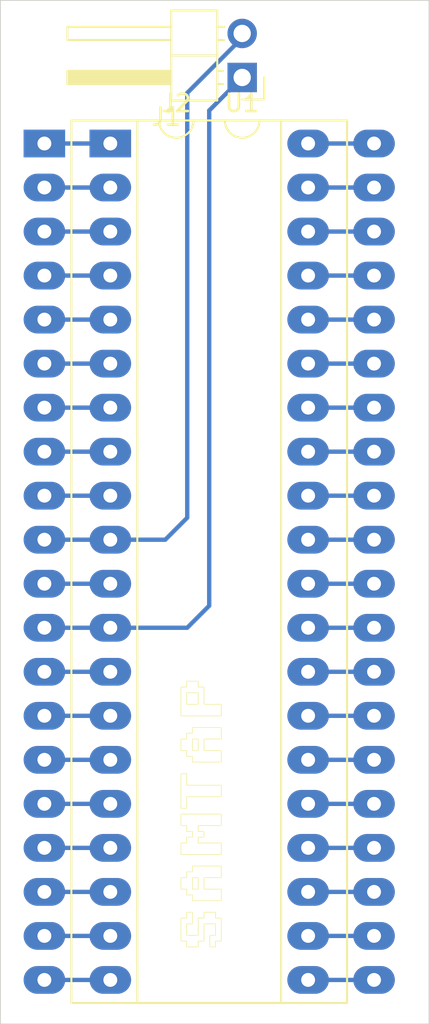
<source format=kicad_pcb>
(kicad_pcb (version 20171130) (host pcbnew "(5.1.9)-1")

  (general
    (thickness 1.6)
    (drawings 114)
    (tracks 50)
    (zones 0)
    (modules 3)
    (nets 41)
  )

  (page A4)
  (layers
    (0 F.Cu signal)
    (31 B.Cu signal)
    (32 B.Adhes user)
    (33 F.Adhes user)
    (34 B.Paste user)
    (35 F.Paste user)
    (36 B.SilkS user)
    (37 F.SilkS user)
    (38 B.Mask user)
    (39 F.Mask user)
    (40 Dwgs.User user)
    (41 Cmts.User user)
    (42 Eco1.User user)
    (43 Eco2.User user)
    (44 Edge.Cuts user)
    (45 Margin user)
    (46 B.CrtYd user hide)
    (47 F.CrtYd user hide)
    (48 B.Fab user)
    (49 F.Fab user hide)
  )

  (setup
    (last_trace_width 0.25)
    (trace_clearance 0.2)
    (zone_clearance 0.508)
    (zone_45_only no)
    (trace_min 0.2)
    (via_size 0.8)
    (via_drill 0.4)
    (via_min_size 0.4)
    (via_min_drill 0.3)
    (uvia_size 0.3)
    (uvia_drill 0.1)
    (uvias_allowed no)
    (uvia_min_size 0.2)
    (uvia_min_drill 0.1)
    (edge_width 0.05)
    (segment_width 0.2)
    (pcb_text_width 0.3)
    (pcb_text_size 1.5 1.5)
    (mod_edge_width 0.12)
    (mod_text_size 1 1)
    (mod_text_width 0.15)
    (pad_size 1.524 1.524)
    (pad_drill 0.762)
    (pad_to_mask_clearance 0)
    (aux_axis_origin 0 0)
    (visible_elements 7FFFFFFF)
    (pcbplotparams
      (layerselection 0x010f0_ffffffff)
      (usegerberextensions true)
      (usegerberattributes false)
      (usegerberadvancedattributes false)
      (creategerberjobfile false)
      (excludeedgelayer true)
      (linewidth 0.150000)
      (plotframeref false)
      (viasonmask false)
      (mode 1)
      (useauxorigin false)
      (hpglpennumber 1)
      (hpglpenspeed 20)
      (hpglpendiameter 15.000000)
      (psnegative false)
      (psa4output false)
      (plotreference true)
      (plotvalue true)
      (plotinvisibletext false)
      (padsonsilk false)
      (subtractmaskfromsilk false)
      (outputformat 1)
      (mirror false)
      (drillshape 0)
      (scaleselection 1)
      (outputdirectory "Gerbers/"))
  )

  (net 0 "")
  (net 1 P12)
  (net 2 P10)
  (net 3 P40)
  (net 4 P20)
  (net 5 P39)
  (net 6 P19)
  (net 7 P38)
  (net 8 P18)
  (net 9 P37)
  (net 10 P17)
  (net 11 P36)
  (net 12 P16)
  (net 13 P35)
  (net 14 P15)
  (net 15 P34)
  (net 16 P14)
  (net 17 P33)
  (net 18 P13)
  (net 19 P32)
  (net 20 P31)
  (net 21 P11)
  (net 22 P30)
  (net 23 P29)
  (net 24 P9)
  (net 25 P28)
  (net 26 P8)
  (net 27 P27)
  (net 28 P7)
  (net 29 P26)
  (net 30 P6)
  (net 31 P25)
  (net 32 P5)
  (net 33 P24)
  (net 34 P4)
  (net 35 P23)
  (net 36 P3)
  (net 37 P22)
  (net 38 P2)
  (net 39 P21)
  (net 40 P1)

  (net_class Default "This is the default net class."
    (clearance 0.2)
    (trace_width 0.25)
    (via_dia 0.8)
    (via_drill 0.4)
    (uvia_dia 0.3)
    (uvia_drill 0.1)
    (add_net P1)
    (add_net P10)
    (add_net P11)
    (add_net P12)
    (add_net P13)
    (add_net P14)
    (add_net P15)
    (add_net P16)
    (add_net P17)
    (add_net P18)
    (add_net P19)
    (add_net P2)
    (add_net P20)
    (add_net P21)
    (add_net P22)
    (add_net P23)
    (add_net P24)
    (add_net P25)
    (add_net P26)
    (add_net P27)
    (add_net P28)
    (add_net P29)
    (add_net P3)
    (add_net P30)
    (add_net P31)
    (add_net P32)
    (add_net P33)
    (add_net P34)
    (add_net P35)
    (add_net P36)
    (add_net P37)
    (add_net P38)
    (add_net P39)
    (add_net P4)
    (add_net P40)
    (add_net P5)
    (add_net P6)
    (add_net P7)
    (add_net P8)
    (add_net P9)
  )

  (module Package_DIP:DIP-40_W15.24mm_LongPads (layer F.Cu) (tedit 5A02E8C5) (tstamp 63354086)
    (at 116.84 96.52)
    (descr "40-lead though-hole mounted DIP package, row spacing 15.24 mm (600 mils), LongPads")
    (tags "THT DIP DIL PDIP 2.54mm 15.24mm 600mil LongPads")
    (path /6335886A)
    (fp_text reference U1 (at 7.62 -2.33) (layer F.SilkS)
      (effects (font (size 1 1) (thickness 0.15)))
    )
    (fp_text value Conn_02x20_Counter_Clockwise (at 7.62 50.59) (layer F.Fab)
      (effects (font (size 1 1) (thickness 0.15)))
    )
    (fp_text user %R (at 7.62 24.13) (layer F.Fab)
      (effects (font (size 1 1) (thickness 0.15)))
    )
    (fp_arc (start 7.62 -1.33) (end 6.62 -1.33) (angle -180) (layer F.SilkS) (width 0.12))
    (fp_line (start 1.255 -1.27) (end 14.985 -1.27) (layer F.Fab) (width 0.1))
    (fp_line (start 14.985 -1.27) (end 14.985 49.53) (layer F.Fab) (width 0.1))
    (fp_line (start 14.985 49.53) (end 0.255 49.53) (layer F.Fab) (width 0.1))
    (fp_line (start 0.255 49.53) (end 0.255 -0.27) (layer F.Fab) (width 0.1))
    (fp_line (start 0.255 -0.27) (end 1.255 -1.27) (layer F.Fab) (width 0.1))
    (fp_line (start 6.62 -1.33) (end 1.56 -1.33) (layer F.SilkS) (width 0.12))
    (fp_line (start 1.56 -1.33) (end 1.56 49.59) (layer F.SilkS) (width 0.12))
    (fp_line (start 1.56 49.59) (end 13.68 49.59) (layer F.SilkS) (width 0.12))
    (fp_line (start 13.68 49.59) (end 13.68 -1.33) (layer F.SilkS) (width 0.12))
    (fp_line (start 13.68 -1.33) (end 8.62 -1.33) (layer F.SilkS) (width 0.12))
    (fp_line (start -1.5 -1.55) (end -1.5 49.8) (layer F.CrtYd) (width 0.05))
    (fp_line (start -1.5 49.8) (end 16.7 49.8) (layer F.CrtYd) (width 0.05))
    (fp_line (start 16.7 49.8) (end 16.7 -1.55) (layer F.CrtYd) (width 0.05))
    (fp_line (start 16.7 -1.55) (end -1.5 -1.55) (layer F.CrtYd) (width 0.05))
    (pad 40 thru_hole oval (at 15.24 0) (size 2.4 1.6) (drill 0.8) (layers *.Cu *.Mask)
      (net 3 P40))
    (pad 20 thru_hole oval (at 0 48.26) (size 2.4 1.6) (drill 0.8) (layers *.Cu *.Mask)
      (net 4 P20))
    (pad 39 thru_hole oval (at 15.24 2.54) (size 2.4 1.6) (drill 0.8) (layers *.Cu *.Mask)
      (net 5 P39))
    (pad 19 thru_hole oval (at 0 45.72) (size 2.4 1.6) (drill 0.8) (layers *.Cu *.Mask)
      (net 6 P19))
    (pad 38 thru_hole oval (at 15.24 5.08) (size 2.4 1.6) (drill 0.8) (layers *.Cu *.Mask)
      (net 7 P38))
    (pad 18 thru_hole oval (at 0 43.18) (size 2.4 1.6) (drill 0.8) (layers *.Cu *.Mask)
      (net 8 P18))
    (pad 37 thru_hole oval (at 15.24 7.62) (size 2.4 1.6) (drill 0.8) (layers *.Cu *.Mask)
      (net 9 P37))
    (pad 17 thru_hole oval (at 0 40.64) (size 2.4 1.6) (drill 0.8) (layers *.Cu *.Mask)
      (net 10 P17))
    (pad 36 thru_hole oval (at 15.24 10.16) (size 2.4 1.6) (drill 0.8) (layers *.Cu *.Mask)
      (net 11 P36))
    (pad 16 thru_hole oval (at 0 38.1) (size 2.4 1.6) (drill 0.8) (layers *.Cu *.Mask)
      (net 12 P16))
    (pad 35 thru_hole oval (at 15.24 12.7) (size 2.4 1.6) (drill 0.8) (layers *.Cu *.Mask)
      (net 13 P35))
    (pad 15 thru_hole oval (at 0 35.56) (size 2.4 1.6) (drill 0.8) (layers *.Cu *.Mask)
      (net 14 P15))
    (pad 34 thru_hole oval (at 15.24 15.24) (size 2.4 1.6) (drill 0.8) (layers *.Cu *.Mask)
      (net 15 P34))
    (pad 14 thru_hole oval (at 0 33.02) (size 2.4 1.6) (drill 0.8) (layers *.Cu *.Mask)
      (net 16 P14))
    (pad 33 thru_hole oval (at 15.24 17.78) (size 2.4 1.6) (drill 0.8) (layers *.Cu *.Mask)
      (net 17 P33))
    (pad 13 thru_hole oval (at 0 30.48) (size 2.4 1.6) (drill 0.8) (layers *.Cu *.Mask)
      (net 18 P13))
    (pad 32 thru_hole oval (at 15.24 20.32) (size 2.4 1.6) (drill 0.8) (layers *.Cu *.Mask)
      (net 19 P32))
    (pad 12 thru_hole oval (at 0 27.94) (size 2.4 1.6) (drill 0.8) (layers *.Cu *.Mask)
      (net 1 P12))
    (pad 31 thru_hole oval (at 15.24 22.86) (size 2.4 1.6) (drill 0.8) (layers *.Cu *.Mask)
      (net 20 P31))
    (pad 11 thru_hole oval (at 0 25.4) (size 2.4 1.6) (drill 0.8) (layers *.Cu *.Mask)
      (net 21 P11))
    (pad 30 thru_hole oval (at 15.24 25.4) (size 2.4 1.6) (drill 0.8) (layers *.Cu *.Mask)
      (net 22 P30))
    (pad 10 thru_hole oval (at 0 22.86) (size 2.4 1.6) (drill 0.8) (layers *.Cu *.Mask)
      (net 2 P10))
    (pad 29 thru_hole oval (at 15.24 27.94) (size 2.4 1.6) (drill 0.8) (layers *.Cu *.Mask)
      (net 23 P29))
    (pad 9 thru_hole oval (at 0 20.32) (size 2.4 1.6) (drill 0.8) (layers *.Cu *.Mask)
      (net 24 P9))
    (pad 28 thru_hole oval (at 15.24 30.48) (size 2.4 1.6) (drill 0.8) (layers *.Cu *.Mask)
      (net 25 P28))
    (pad 8 thru_hole oval (at 0 17.78) (size 2.4 1.6) (drill 0.8) (layers *.Cu *.Mask)
      (net 26 P8))
    (pad 27 thru_hole oval (at 15.24 33.02) (size 2.4 1.6) (drill 0.8) (layers *.Cu *.Mask)
      (net 27 P27))
    (pad 7 thru_hole oval (at 0 15.24) (size 2.4 1.6) (drill 0.8) (layers *.Cu *.Mask)
      (net 28 P7))
    (pad 26 thru_hole oval (at 15.24 35.56) (size 2.4 1.6) (drill 0.8) (layers *.Cu *.Mask)
      (net 29 P26))
    (pad 6 thru_hole oval (at 0 12.7) (size 2.4 1.6) (drill 0.8) (layers *.Cu *.Mask)
      (net 30 P6))
    (pad 25 thru_hole oval (at 15.24 38.1) (size 2.4 1.6) (drill 0.8) (layers *.Cu *.Mask)
      (net 31 P25))
    (pad 5 thru_hole oval (at 0 10.16) (size 2.4 1.6) (drill 0.8) (layers *.Cu *.Mask)
      (net 32 P5))
    (pad 24 thru_hole oval (at 15.24 40.64) (size 2.4 1.6) (drill 0.8) (layers *.Cu *.Mask)
      (net 33 P24))
    (pad 4 thru_hole oval (at 0 7.62) (size 2.4 1.6) (drill 0.8) (layers *.Cu *.Mask)
      (net 34 P4))
    (pad 23 thru_hole oval (at 15.24 43.18) (size 2.4 1.6) (drill 0.8) (layers *.Cu *.Mask)
      (net 35 P23))
    (pad 3 thru_hole oval (at 0 5.08) (size 2.4 1.6) (drill 0.8) (layers *.Cu *.Mask)
      (net 36 P3))
    (pad 22 thru_hole oval (at 15.24 45.72) (size 2.4 1.6) (drill 0.8) (layers *.Cu *.Mask)
      (net 37 P22))
    (pad 2 thru_hole oval (at 0 2.54) (size 2.4 1.6) (drill 0.8) (layers *.Cu *.Mask)
      (net 38 P2))
    (pad 21 thru_hole oval (at 15.24 48.26) (size 2.4 1.6) (drill 0.8) (layers *.Cu *.Mask)
      (net 39 P21))
    (pad 1 thru_hole rect (at 0 0) (size 2.4 1.6) (drill 0.8) (layers *.Cu *.Mask)
      (net 40 P1))
    (model ${KISYS3DMOD}/Package_DIP.3dshapes/DIP-40_W15.24mm.wrl
      (at (xyz 0 0 0))
      (scale (xyz 1 1 1))
      (rotate (xyz 0 0 0))
    )
  )

  (module Package_DIP:DIP-40_W15.24mm_LongPads (layer F.Cu) (tedit 5A02E8C5) (tstamp 6335404A)
    (at 113.03 96.52)
    (descr "40-lead though-hole mounted DIP package, row spacing 15.24 mm (600 mils), LongPads")
    (tags "THT DIP DIL PDIP 2.54mm 15.24mm 600mil LongPads")
    (path /63353543)
    (fp_text reference J2 (at 7.62 -2.33) (layer F.SilkS)
      (effects (font (size 1 1) (thickness 0.15)))
    )
    (fp_text value Conn_02x20_Counter_Clockwise (at 7.62 50.59) (layer F.Fab)
      (effects (font (size 1 1) (thickness 0.15)))
    )
    (fp_text user %R (at 7.62 24.13) (layer F.Fab)
      (effects (font (size 1 1) (thickness 0.15)))
    )
    (fp_arc (start 7.62 -1.33) (end 6.62 -1.33) (angle -180) (layer F.SilkS) (width 0.12))
    (fp_line (start 1.255 -1.27) (end 14.985 -1.27) (layer F.Fab) (width 0.1))
    (fp_line (start 14.985 -1.27) (end 14.985 49.53) (layer F.Fab) (width 0.1))
    (fp_line (start 14.985 49.53) (end 0.255 49.53) (layer F.Fab) (width 0.1))
    (fp_line (start 0.255 49.53) (end 0.255 -0.27) (layer F.Fab) (width 0.1))
    (fp_line (start 0.255 -0.27) (end 1.255 -1.27) (layer F.Fab) (width 0.1))
    (fp_line (start 6.62 -1.33) (end 1.56 -1.33) (layer F.SilkS) (width 0.12))
    (fp_line (start 1.56 -1.33) (end 1.56 49.59) (layer F.SilkS) (width 0.12))
    (fp_line (start 1.56 49.59) (end 13.68 49.59) (layer F.SilkS) (width 0.12))
    (fp_line (start 13.68 49.59) (end 13.68 -1.33) (layer F.SilkS) (width 0.12))
    (fp_line (start 13.68 -1.33) (end 8.62 -1.33) (layer F.SilkS) (width 0.12))
    (fp_line (start -1.5 -1.55) (end -1.5 49.8) (layer F.CrtYd) (width 0.05))
    (fp_line (start -1.5 49.8) (end 16.7 49.8) (layer F.CrtYd) (width 0.05))
    (fp_line (start 16.7 49.8) (end 16.7 -1.55) (layer F.CrtYd) (width 0.05))
    (fp_line (start 16.7 -1.55) (end -1.5 -1.55) (layer F.CrtYd) (width 0.05))
    (pad 40 thru_hole oval (at 15.24 0) (size 2.4 1.6) (drill 0.8) (layers *.Cu *.Mask)
      (net 3 P40))
    (pad 20 thru_hole oval (at 0 48.26) (size 2.4 1.6) (drill 0.8) (layers *.Cu *.Mask)
      (net 4 P20))
    (pad 39 thru_hole oval (at 15.24 2.54) (size 2.4 1.6) (drill 0.8) (layers *.Cu *.Mask)
      (net 5 P39))
    (pad 19 thru_hole oval (at 0 45.72) (size 2.4 1.6) (drill 0.8) (layers *.Cu *.Mask)
      (net 6 P19))
    (pad 38 thru_hole oval (at 15.24 5.08) (size 2.4 1.6) (drill 0.8) (layers *.Cu *.Mask)
      (net 7 P38))
    (pad 18 thru_hole oval (at 0 43.18) (size 2.4 1.6) (drill 0.8) (layers *.Cu *.Mask)
      (net 8 P18))
    (pad 37 thru_hole oval (at 15.24 7.62) (size 2.4 1.6) (drill 0.8) (layers *.Cu *.Mask)
      (net 9 P37))
    (pad 17 thru_hole oval (at 0 40.64) (size 2.4 1.6) (drill 0.8) (layers *.Cu *.Mask)
      (net 10 P17))
    (pad 36 thru_hole oval (at 15.24 10.16) (size 2.4 1.6) (drill 0.8) (layers *.Cu *.Mask)
      (net 11 P36))
    (pad 16 thru_hole oval (at 0 38.1) (size 2.4 1.6) (drill 0.8) (layers *.Cu *.Mask)
      (net 12 P16))
    (pad 35 thru_hole oval (at 15.24 12.7) (size 2.4 1.6) (drill 0.8) (layers *.Cu *.Mask)
      (net 13 P35))
    (pad 15 thru_hole oval (at 0 35.56) (size 2.4 1.6) (drill 0.8) (layers *.Cu *.Mask)
      (net 14 P15))
    (pad 34 thru_hole oval (at 15.24 15.24) (size 2.4 1.6) (drill 0.8) (layers *.Cu *.Mask)
      (net 15 P34))
    (pad 14 thru_hole oval (at 0 33.02) (size 2.4 1.6) (drill 0.8) (layers *.Cu *.Mask)
      (net 16 P14))
    (pad 33 thru_hole oval (at 15.24 17.78) (size 2.4 1.6) (drill 0.8) (layers *.Cu *.Mask)
      (net 17 P33))
    (pad 13 thru_hole oval (at 0 30.48) (size 2.4 1.6) (drill 0.8) (layers *.Cu *.Mask)
      (net 18 P13))
    (pad 32 thru_hole oval (at 15.24 20.32) (size 2.4 1.6) (drill 0.8) (layers *.Cu *.Mask)
      (net 19 P32))
    (pad 12 thru_hole oval (at 0 27.94) (size 2.4 1.6) (drill 0.8) (layers *.Cu *.Mask)
      (net 1 P12))
    (pad 31 thru_hole oval (at 15.24 22.86) (size 2.4 1.6) (drill 0.8) (layers *.Cu *.Mask)
      (net 20 P31))
    (pad 11 thru_hole oval (at 0 25.4) (size 2.4 1.6) (drill 0.8) (layers *.Cu *.Mask)
      (net 21 P11))
    (pad 30 thru_hole oval (at 15.24 25.4) (size 2.4 1.6) (drill 0.8) (layers *.Cu *.Mask)
      (net 22 P30))
    (pad 10 thru_hole oval (at 0 22.86) (size 2.4 1.6) (drill 0.8) (layers *.Cu *.Mask)
      (net 2 P10))
    (pad 29 thru_hole oval (at 15.24 27.94) (size 2.4 1.6) (drill 0.8) (layers *.Cu *.Mask)
      (net 23 P29))
    (pad 9 thru_hole oval (at 0 20.32) (size 2.4 1.6) (drill 0.8) (layers *.Cu *.Mask)
      (net 24 P9))
    (pad 28 thru_hole oval (at 15.24 30.48) (size 2.4 1.6) (drill 0.8) (layers *.Cu *.Mask)
      (net 25 P28))
    (pad 8 thru_hole oval (at 0 17.78) (size 2.4 1.6) (drill 0.8) (layers *.Cu *.Mask)
      (net 26 P8))
    (pad 27 thru_hole oval (at 15.24 33.02) (size 2.4 1.6) (drill 0.8) (layers *.Cu *.Mask)
      (net 27 P27))
    (pad 7 thru_hole oval (at 0 15.24) (size 2.4 1.6) (drill 0.8) (layers *.Cu *.Mask)
      (net 28 P7))
    (pad 26 thru_hole oval (at 15.24 35.56) (size 2.4 1.6) (drill 0.8) (layers *.Cu *.Mask)
      (net 29 P26))
    (pad 6 thru_hole oval (at 0 12.7) (size 2.4 1.6) (drill 0.8) (layers *.Cu *.Mask)
      (net 30 P6))
    (pad 25 thru_hole oval (at 15.24 38.1) (size 2.4 1.6) (drill 0.8) (layers *.Cu *.Mask)
      (net 31 P25))
    (pad 5 thru_hole oval (at 0 10.16) (size 2.4 1.6) (drill 0.8) (layers *.Cu *.Mask)
      (net 32 P5))
    (pad 24 thru_hole oval (at 15.24 40.64) (size 2.4 1.6) (drill 0.8) (layers *.Cu *.Mask)
      (net 33 P24))
    (pad 4 thru_hole oval (at 0 7.62) (size 2.4 1.6) (drill 0.8) (layers *.Cu *.Mask)
      (net 34 P4))
    (pad 23 thru_hole oval (at 15.24 43.18) (size 2.4 1.6) (drill 0.8) (layers *.Cu *.Mask)
      (net 35 P23))
    (pad 3 thru_hole oval (at 0 5.08) (size 2.4 1.6) (drill 0.8) (layers *.Cu *.Mask)
      (net 36 P3))
    (pad 22 thru_hole oval (at 15.24 45.72) (size 2.4 1.6) (drill 0.8) (layers *.Cu *.Mask)
      (net 37 P22))
    (pad 2 thru_hole oval (at 0 2.54) (size 2.4 1.6) (drill 0.8) (layers *.Cu *.Mask)
      (net 38 P2))
    (pad 21 thru_hole oval (at 15.24 48.26) (size 2.4 1.6) (drill 0.8) (layers *.Cu *.Mask)
      (net 39 P21))
    (pad 1 thru_hole rect (at 0 0) (size 2.4 1.6) (drill 0.8) (layers *.Cu *.Mask)
      (net 40 P1))
    (model ${KISYS3DMOD}/Package_DIP.3dshapes/DIP-40_W15.24mm.wrl
      (at (xyz 0 0 0))
      (scale (xyz 1 1 1))
      (rotate (xyz 0 0 0))
    )
  )

  (module Connector_PinHeader_2.54mm:PinHeader_1x02_P2.54mm_Horizontal (layer F.Cu) (tedit 59FED5CB) (tstamp 6335400E)
    (at 124.46 92.71 180)
    (descr "Through hole angled pin header, 1x02, 2.54mm pitch, 6mm pin length, single row")
    (tags "Through hole angled pin header THT 1x02 2.54mm single row")
    (path /63358BE8)
    (fp_text reference J1 (at 4.385 -2.27) (layer F.SilkS)
      (effects (font (size 1 1) (thickness 0.15)))
    )
    (fp_text value Conn_01x02 (at 4.385 4.81) (layer F.Fab)
      (effects (font (size 1 1) (thickness 0.15)))
    )
    (fp_text user %R (at 2.77 1.27 90) (layer F.Fab)
      (effects (font (size 1 1) (thickness 0.15)))
    )
    (fp_line (start 2.135 -1.27) (end 4.04 -1.27) (layer F.Fab) (width 0.1))
    (fp_line (start 4.04 -1.27) (end 4.04 3.81) (layer F.Fab) (width 0.1))
    (fp_line (start 4.04 3.81) (end 1.5 3.81) (layer F.Fab) (width 0.1))
    (fp_line (start 1.5 3.81) (end 1.5 -0.635) (layer F.Fab) (width 0.1))
    (fp_line (start 1.5 -0.635) (end 2.135 -1.27) (layer F.Fab) (width 0.1))
    (fp_line (start -0.32 -0.32) (end 1.5 -0.32) (layer F.Fab) (width 0.1))
    (fp_line (start -0.32 -0.32) (end -0.32 0.32) (layer F.Fab) (width 0.1))
    (fp_line (start -0.32 0.32) (end 1.5 0.32) (layer F.Fab) (width 0.1))
    (fp_line (start 4.04 -0.32) (end 10.04 -0.32) (layer F.Fab) (width 0.1))
    (fp_line (start 10.04 -0.32) (end 10.04 0.32) (layer F.Fab) (width 0.1))
    (fp_line (start 4.04 0.32) (end 10.04 0.32) (layer F.Fab) (width 0.1))
    (fp_line (start -0.32 2.22) (end 1.5 2.22) (layer F.Fab) (width 0.1))
    (fp_line (start -0.32 2.22) (end -0.32 2.86) (layer F.Fab) (width 0.1))
    (fp_line (start -0.32 2.86) (end 1.5 2.86) (layer F.Fab) (width 0.1))
    (fp_line (start 4.04 2.22) (end 10.04 2.22) (layer F.Fab) (width 0.1))
    (fp_line (start 10.04 2.22) (end 10.04 2.86) (layer F.Fab) (width 0.1))
    (fp_line (start 4.04 2.86) (end 10.04 2.86) (layer F.Fab) (width 0.1))
    (fp_line (start 1.44 -1.33) (end 1.44 3.87) (layer F.SilkS) (width 0.12))
    (fp_line (start 1.44 3.87) (end 4.1 3.87) (layer F.SilkS) (width 0.12))
    (fp_line (start 4.1 3.87) (end 4.1 -1.33) (layer F.SilkS) (width 0.12))
    (fp_line (start 4.1 -1.33) (end 1.44 -1.33) (layer F.SilkS) (width 0.12))
    (fp_line (start 4.1 -0.38) (end 10.1 -0.38) (layer F.SilkS) (width 0.12))
    (fp_line (start 10.1 -0.38) (end 10.1 0.38) (layer F.SilkS) (width 0.12))
    (fp_line (start 10.1 0.38) (end 4.1 0.38) (layer F.SilkS) (width 0.12))
    (fp_line (start 4.1 -0.32) (end 10.1 -0.32) (layer F.SilkS) (width 0.12))
    (fp_line (start 4.1 -0.2) (end 10.1 -0.2) (layer F.SilkS) (width 0.12))
    (fp_line (start 4.1 -0.08) (end 10.1 -0.08) (layer F.SilkS) (width 0.12))
    (fp_line (start 4.1 0.04) (end 10.1 0.04) (layer F.SilkS) (width 0.12))
    (fp_line (start 4.1 0.16) (end 10.1 0.16) (layer F.SilkS) (width 0.12))
    (fp_line (start 4.1 0.28) (end 10.1 0.28) (layer F.SilkS) (width 0.12))
    (fp_line (start 1.11 -0.38) (end 1.44 -0.38) (layer F.SilkS) (width 0.12))
    (fp_line (start 1.11 0.38) (end 1.44 0.38) (layer F.SilkS) (width 0.12))
    (fp_line (start 1.44 1.27) (end 4.1 1.27) (layer F.SilkS) (width 0.12))
    (fp_line (start 4.1 2.16) (end 10.1 2.16) (layer F.SilkS) (width 0.12))
    (fp_line (start 10.1 2.16) (end 10.1 2.92) (layer F.SilkS) (width 0.12))
    (fp_line (start 10.1 2.92) (end 4.1 2.92) (layer F.SilkS) (width 0.12))
    (fp_line (start 1.042929 2.16) (end 1.44 2.16) (layer F.SilkS) (width 0.12))
    (fp_line (start 1.042929 2.92) (end 1.44 2.92) (layer F.SilkS) (width 0.12))
    (fp_line (start -1.27 0) (end -1.27 -1.27) (layer F.SilkS) (width 0.12))
    (fp_line (start -1.27 -1.27) (end 0 -1.27) (layer F.SilkS) (width 0.12))
    (fp_line (start -1.8 -1.8) (end -1.8 4.35) (layer F.CrtYd) (width 0.05))
    (fp_line (start -1.8 4.35) (end 10.55 4.35) (layer F.CrtYd) (width 0.05))
    (fp_line (start 10.55 4.35) (end 10.55 -1.8) (layer F.CrtYd) (width 0.05))
    (fp_line (start 10.55 -1.8) (end -1.8 -1.8) (layer F.CrtYd) (width 0.05))
    (pad 2 thru_hole oval (at 0 2.54 180) (size 1.7 1.7) (drill 1) (layers *.Cu *.Mask)
      (net 2 P10))
    (pad 1 thru_hole rect (at 0 0 180) (size 1.7 1.7) (drill 1) (layers *.Cu *.Mask)
      (net 1 P12))
    (model ${KISYS3DMOD}/Connector_PinHeader_2.54mm.3dshapes/PinHeader_1x02_P2.54mm_Horizontal.wrl
      (at (xyz 0 0 0))
      (scale (xyz 1 1 1))
      (rotate (xyz 0 0 0))
    )
  )

  (gr_line (start 121.92 128.21289) (end 121.92 128.878906) (layer F.SilkS) (width 0.04))
  (gr_line (start 121.92 128.878906) (end 121.252032 128.878906) (layer F.SilkS) (width 0.04))
  (gr_line (start 121.252032 128.878906) (end 121.252032 128.21289) (layer F.SilkS) (width 0.04))
  (gr_line (start 121.252032 128.21289) (end 121.92 128.21289) (layer F.SilkS) (width 0.04))
  (gr_line (start 123.252032 128.878906) (end 123.252032 129.544922) (layer F.SilkS) (width 0.04))
  (gr_line (start 121.252032 131.544922) (end 120.92 131.544922) (layer F.SilkS) (width 0.04))
  (gr_line (start 123.252032 129.544922) (end 120.92 129.544922) (layer F.SilkS) (width 0.04))
  (gr_line (start 121.92 131.544922) (end 121.586016 131.544922) (layer F.SilkS) (width 0.04))
  (gr_line (start 121.92 130.878906) (end 121.92 131.544922) (layer F.SilkS) (width 0.04))
  (gr_line (start 121.586016 132.210938) (end 121.586016 131.878906) (layer F.SilkS) (width 0.04))
  (gr_line (start 122.252032 131.544922) (end 123.252032 131.544922) (layer F.SilkS) (width 0.04))
  (gr_line (start 122.252032 128.878906) (end 123.252032 128.878906) (layer F.SilkS) (width 0.04))
  (gr_line (start 122.252032 127.878906) (end 122.252032 128.878906) (layer F.SilkS) (width 0.04))
  (gr_line (start 121.92 127.878906) (end 122.252032 127.878906) (layer F.SilkS) (width 0.04))
  (gr_line (start 123.252032 130.878906) (end 122.252032 130.878906) (layer F.SilkS) (width 0.04))
  (gr_line (start 120.92 129.544922) (end 120.92 127.878906) (layer F.SilkS) (width 0.04))
  (gr_line (start 121.92 127.546874) (end 121.92 127.878906) (layer F.SilkS) (width 0.04))
  (gr_line (start 122.252032 130.878906) (end 122.252032 131.544922) (layer F.SilkS) (width 0.04))
  (gr_line (start 123.252032 130.21289) (end 123.252032 130.878906) (layer F.SilkS) (width 0.04))
  (gr_line (start 121.252032 127.546874) (end 121.92 127.546874) (layer F.SilkS) (width 0.04))
  (gr_line (start 120.92 130.878906) (end 121.252032 130.878906) (layer F.SilkS) (width 0.04))
  (gr_line (start 121.252032 127.878906) (end 121.252032 127.546874) (layer F.SilkS) (width 0.04))
  (gr_line (start 120.92 131.544922) (end 120.92 130.878906) (layer F.SilkS) (width 0.04))
  (gr_line (start 120.92 127.878906) (end 121.252032 127.878906) (layer F.SilkS) (width 0.04))
  (gr_line (start 121.586016 131.878906) (end 121.252032 131.878906) (layer F.SilkS) (width 0.04))
  (gr_line (start 121.586016 130.878906) (end 121.92 130.878906) (layer F.SilkS) (width 0.04))
  (gr_line (start 123.252032 131.544922) (end 123.252032 132.210938) (layer F.SilkS) (width 0.04))
  (gr_line (start 121.252032 131.878906) (end 121.252032 131.544922) (layer F.SilkS) (width 0.04))
  (gr_line (start 121.586016 130.544922) (end 121.586016 130.21289) (layer F.SilkS) (width 0.04))
  (gr_line (start 121.586016 131.544922) (end 121.586016 130.878906) (layer F.SilkS) (width 0.04))
  (gr_line (start 121.586016 130.21289) (end 123.252032 130.21289) (layer F.SilkS) (width 0.04))
  (gr_line (start 121.252032 130.544922) (end 121.586016 130.544922) (layer F.SilkS) (width 0.04))
  (gr_line (start 121.252032 130.878906) (end 121.252032 130.544922) (layer F.SilkS) (width 0.04))
  (gr_line (start 121.586016 138.542968) (end 121.586016 138.210938) (layer F.SilkS) (width 0.04))
  (gr_line (start 122.252032 139.542968) (end 123.252032 139.542968) (layer F.SilkS) (width 0.04))
  (gr_line (start 123.252032 140.208984) (end 121.586016 140.208984) (layer F.SilkS) (width 0.04))
  (gr_line (start 120.92 134.876952) (end 120.92 132.878906) (layer F.SilkS) (width 0.04))
  (gr_line (start 121.92 136.876952) (end 123.252032 136.876952) (layer F.SilkS) (width 0.04))
  (gr_line (start 121.252032 135.876952) (end 120.92 135.876952) (layer F.SilkS) (width 0.04))
  (gr_line (start 121.586016 136.210938) (end 121.252032 136.210938) (layer F.SilkS) (width 0.04))
  (gr_line (start 121.586016 138.210938) (end 123.252032 138.210938) (layer F.SilkS) (width 0.04))
  (gr_line (start 120.92 135.210938) (end 123.252032 135.210938) (layer F.SilkS) (width 0.04))
  (gr_line (start 123.252032 142.542968) (end 122.918048 142.542968) (layer F.SilkS) (width 0.04))
  (gr_line (start 121.586016 138.876952) (end 121.92 138.876952) (layer F.SilkS) (width 0.04))
  (gr_line (start 122.252032 136.544922) (end 121.92 136.544922) (layer F.SilkS) (width 0.04))
  (gr_line (start 123.252032 135.210938) (end 123.252032 135.876952) (layer F.SilkS) (width 0.04))
  (gr_line (start 121.252032 136.544922) (end 121.586016 136.544922) (layer F.SilkS) (width 0.04))
  (gr_line (start 121.586016 140.208984) (end 121.586016 139.876952) (layer F.SilkS) (width 0.04))
  (gr_line (start 123.252032 133.544922) (end 123.252032 134.210938) (layer F.SilkS) (width 0.04))
  (gr_line (start 121.252032 133.544922) (end 123.252032 133.544922) (layer F.SilkS) (width 0.04))
  (gr_line (start 122.252032 136.210938) (end 122.252032 136.544922) (layer F.SilkS) (width 0.04))
  (gr_line (start 121.252032 138.876952) (end 121.252032 138.542968) (layer F.SilkS) (width 0.04))
  (gr_line (start 121.92 138.876952) (end 121.92 139.542968) (layer F.SilkS) (width 0.04))
  (gr_line (start 121.252032 136.876952) (end 121.252032 136.544922) (layer F.SilkS) (width 0.04))
  (gr_line (start 120.92 137.542968) (end 120.92 136.876952) (layer F.SilkS) (width 0.04))
  (gr_line (start 122.918048 142.875) (end 122.586016 142.875) (layer F.SilkS) (width 0.04))
  (gr_line (start 122.918048 140.876952) (end 122.918048 141.208984) (layer F.SilkS) (width 0.04))
  (gr_line (start 121.252032 134.876952) (end 120.92 134.876952) (layer F.SilkS) (width 0.04))
  (gr_line (start 120.92 135.876952) (end 120.92 135.210938) (layer F.SilkS) (width 0.04))
  (gr_line (start 121.92 142.208984) (end 121.92 141.208984) (layer F.SilkS) (width 0.04))
  (gr_line (start 120.92 136.876952) (end 121.252032 136.876952) (layer F.SilkS) (width 0.04))
  (gr_line (start 121.252032 140.876952) (end 121.586016 140.876952) (layer F.SilkS) (width 0.04))
  (gr_line (start 122.252032 140.876952) (end 122.918048 140.876952) (layer F.SilkS) (width 0.04))
  (gr_line (start 121.586016 140.876952) (end 121.586016 141.542968) (layer F.SilkS) (width 0.04))
  (gr_line (start 121.92 136.544922) (end 121.92 136.876952) (layer F.SilkS) (width 0.04))
  (gr_line (start 121.92 135.876952) (end 121.92 136.210938) (layer F.SilkS) (width 0.04))
  (gr_line (start 121.252032 141.542968) (end 121.252032 142.208984) (layer F.SilkS) (width 0.04))
  (gr_line (start 123.252032 138.876952) (end 122.252032 138.876952) (layer F.SilkS) (width 0.04))
  (gr_line (start 122.252032 138.876952) (end 122.252032 139.542968) (layer F.SilkS) (width 0.04))
  (gr_line (start 121.252032 139.542968) (end 120.92 139.542968) (layer F.SilkS) (width 0.04))
  (gr_line (start 121.252032 136.210938) (end 121.252032 135.876952) (layer F.SilkS) (width 0.04))
  (gr_line (start 121.252032 142.208984) (end 121.92 142.208984) (layer F.SilkS) (width 0.04))
  (gr_line (start 123.252032 135.876952) (end 121.92 135.876952) (layer F.SilkS) (width 0.04))
  (gr_line (start 123.252032 139.542968) (end 123.252032 140.208984) (layer F.SilkS) (width 0.04))
  (gr_line (start 121.586016 139.876952) (end 121.252032 139.876952) (layer F.SilkS) (width 0.04))
  (gr_line (start 122.918048 142.542968) (end 122.918048 142.875) (layer F.SilkS) (width 0.04))
  (gr_line (start 123.252032 141.208984) (end 123.252032 142.542968) (layer F.SilkS) (width 0.04))
  (gr_line (start 121.92 136.210938) (end 122.252032 136.210938) (layer F.SilkS) (width 0.04))
  (gr_line (start 120.92 139.542968) (end 120.92 138.876952) (layer F.SilkS) (width 0.04))
  (gr_line (start 121.252032 139.876952) (end 121.252032 139.542968) (layer F.SilkS) (width 0.04))
  (gr_line (start 121.586016 141.542968) (end 121.252032 141.542968) (layer F.SilkS) (width 0.04))
  (gr_line (start 123.252032 136.876952) (end 123.252032 137.542968) (layer F.SilkS) (width 0.04))
  (gr_line (start 121.252032 138.542968) (end 121.586016 138.542968) (layer F.SilkS) (width 0.04))
  (gr_line (start 120.92 138.876952) (end 121.252032 138.876952) (layer F.SilkS) (width 0.04))
  (gr_line (start 123.252032 138.210938) (end 123.252032 138.876952) (layer F.SilkS) (width 0.04))
  (gr_line (start 123.252032 132.210938) (end 121.586016 132.210938) (layer F.SilkS) (width 0.04))
  (gr_line (start 121.252032 134.210938) (end 121.252032 134.876952) (layer F.SilkS) (width 0.04))
  (gr_line (start 121.586016 136.544922) (end 121.586016 136.210938) (layer F.SilkS) (width 0.04))
  (gr_line (start 121.92 139.542968) (end 121.586016 139.542968) (layer F.SilkS) (width 0.04))
  (gr_line (start 123.252032 134.210938) (end 121.252032 134.210938) (layer F.SilkS) (width 0.04))
  (gr_line (start 122.252032 141.208984) (end 122.252032 140.876952) (layer F.SilkS) (width 0.04))
  (gr_line (start 122.918048 141.208984) (end 123.252032 141.208984) (layer F.SilkS) (width 0.04))
  (gr_line (start 123.252032 137.542968) (end 120.92 137.542968) (layer F.SilkS) (width 0.04))
  (gr_line (start 121.252032 132.878906) (end 121.252032 133.544922) (layer F.SilkS) (width 0.04))
  (gr_line (start 121.92 141.208984) (end 122.252032 141.208984) (layer F.SilkS) (width 0.04))
  (gr_line (start 120.92 132.878906) (end 121.252032 132.878906) (layer F.SilkS) (width 0.04))
  (gr_line (start 121.586016 139.542968) (end 121.586016 138.876952) (layer F.SilkS) (width 0.04))
  (gr_line (start 121.92 142.542968) (end 121.92 142.875) (layer F.SilkS) (width 0.04))
  (gr_line (start 122.918048 141.542968) (end 122.252032 141.542968) (layer F.SilkS) (width 0.04))
  (gr_line (start 122.252032 142.542968) (end 121.92 142.542968) (layer F.SilkS) (width 0.04))
  (gr_line (start 122.586016 142.208984) (end 122.918048 142.208984) (layer F.SilkS) (width 0.04))
  (gr_line (start 122.586016 142.875) (end 122.586016 142.208984) (layer F.SilkS) (width 0.04))
  (gr_line (start 121.252032 141.208984) (end 121.252032 140.876952) (layer F.SilkS) (width 0.04))
  (gr_line (start 120.92 142.542968) (end 120.92 141.208984) (layer F.SilkS) (width 0.04))
  (gr_line (start 122.252032 141.542968) (end 122.252032 142.542968) (layer F.SilkS) (width 0.04))
  (gr_line (start 122.918048 142.208984) (end 122.918048 141.542968) (layer F.SilkS) (width 0.04))
  (gr_line (start 120.92 141.208984) (end 121.252032 141.208984) (layer F.SilkS) (width 0.04))
  (gr_line (start 121.252032 142.542968) (end 120.92 142.542968) (layer F.SilkS) (width 0.04))
  (gr_line (start 121.252032 142.875) (end 121.252032 142.542968) (layer F.SilkS) (width 0.04))
  (gr_line (start 121.92 142.875) (end 121.252032 142.875) (layer F.SilkS) (width 0.04))
  (gr_line (start 110.49 147.32) (end 110.49 88.265) (layer Edge.Cuts) (width 0.05) (tstamp 633548FF))
  (gr_line (start 135.255 147.32) (end 110.49 147.32) (layer Edge.Cuts) (width 0.05))
  (gr_line (start 135.255 88.265) (end 135.255 147.32) (layer Edge.Cuts) (width 0.05))
  (gr_line (start 110.49 88.265) (end 135.255 88.265) (layer Edge.Cuts) (width 0.05))

  (segment (start 116.84 124.46) (end 113.03 124.46) (width 0.25) (layer B.Cu) (net 1))
  (segment (start 122.555 94.615) (end 124.46 92.71) (width 0.25) (layer B.Cu) (net 1))
  (segment (start 121.285 124.46) (end 122.555 123.19) (width 0.25) (layer B.Cu) (net 1))
  (segment (start 122.555 123.19) (end 122.555 94.615) (width 0.25) (layer B.Cu) (net 1))
  (segment (start 116.84 124.46) (end 121.285 124.46) (width 0.25) (layer B.Cu) (net 1))
  (segment (start 116.84 119.38) (end 113.03 119.38) (width 0.25) (layer B.Cu) (net 2))
  (segment (start 121.285 93.599998) (end 124.46 90.424998) (width 0.25) (layer B.Cu) (net 2))
  (segment (start 121.285 118.11) (end 121.285 93.599998) (width 0.25) (layer B.Cu) (net 2))
  (segment (start 120.015 119.38) (end 121.285 118.11) (width 0.25) (layer B.Cu) (net 2))
  (segment (start 124.46 90.424998) (end 124.46 90.17) (width 0.25) (layer B.Cu) (net 2))
  (segment (start 116.84 119.38) (end 120.015 119.38) (width 0.25) (layer B.Cu) (net 2))
  (segment (start 128.27 96.52) (end 132.08 96.52) (width 0.25) (layer B.Cu) (net 3))
  (segment (start 113.03 144.78) (end 116.84 144.78) (width 0.25) (layer B.Cu) (net 4))
  (segment (start 128.27 99.06) (end 132.08 99.06) (width 0.25) (layer B.Cu) (net 5))
  (segment (start 113.03 142.24) (end 116.84 142.24) (width 0.25) (layer B.Cu) (net 6))
  (segment (start 128.27 101.6) (end 132.08 101.6) (width 0.25) (layer B.Cu) (net 7))
  (segment (start 113.03 139.7) (end 116.84 139.7) (width 0.25) (layer B.Cu) (net 8))
  (segment (start 128.27 104.14) (end 132.08 104.14) (width 0.25) (layer B.Cu) (net 9))
  (segment (start 113.03 137.16) (end 116.84 137.16) (width 0.25) (layer B.Cu) (net 10))
  (segment (start 128.27 106.68) (end 132.08 106.68) (width 0.25) (layer B.Cu) (net 11))
  (segment (start 113.03 134.62) (end 116.84 134.62) (width 0.25) (layer B.Cu) (net 12))
  (segment (start 128.27 109.22) (end 130.03001 109.22) (width 0.25) (layer B.Cu) (net 13))
  (segment (start 130.03001 109.22) (end 132.08 109.22) (width 0.25) (layer B.Cu) (net 13))
  (segment (start 113.03 132.08) (end 116.84 132.08) (width 0.25) (layer B.Cu) (net 14))
  (segment (start 128.27 111.76) (end 132.08 111.76) (width 0.25) (layer B.Cu) (net 15))
  (segment (start 113.03 129.54) (end 116.84 129.54) (width 0.25) (layer B.Cu) (net 16))
  (segment (start 128.27 114.3) (end 132.08 114.3) (width 0.25) (layer B.Cu) (net 17))
  (segment (start 113.03 127) (end 116.84 127) (width 0.25) (layer B.Cu) (net 18))
  (segment (start 128.27 116.84) (end 132.08 116.84) (width 0.25) (layer B.Cu) (net 19))
  (segment (start 128.27 119.38) (end 132.08 119.38) (width 0.25) (layer B.Cu) (net 20))
  (segment (start 113.03 121.92) (end 116.84 121.92) (width 0.25) (layer B.Cu) (net 21))
  (segment (start 128.27 121.92) (end 132.08 121.92) (width 0.25) (layer B.Cu) (net 22))
  (segment (start 128.27 124.46) (end 132.08 124.46) (width 0.25) (layer B.Cu) (net 23))
  (segment (start 113.03 116.84) (end 116.84 116.84) (width 0.25) (layer B.Cu) (net 24))
  (segment (start 128.27 127) (end 132.08 127) (width 0.25) (layer B.Cu) (net 25))
  (segment (start 116.84 114.3) (end 113.03 114.3) (width 0.25) (layer B.Cu) (net 26))
  (segment (start 128.27 129.54) (end 132.08 129.54) (width 0.25) (layer B.Cu) (net 27))
  (segment (start 113.03 111.76) (end 116.84 111.76) (width 0.25) (layer B.Cu) (net 28))
  (segment (start 128.27 132.08) (end 132.08 132.08) (width 0.25) (layer B.Cu) (net 29))
  (segment (start 116.84 109.22) (end 113.03 109.22) (width 0.25) (layer B.Cu) (net 30))
  (segment (start 128.27 134.62) (end 132.08 134.62) (width 0.25) (layer B.Cu) (net 31))
  (segment (start 113.03 106.68) (end 116.84 106.68) (width 0.25) (layer B.Cu) (net 32))
  (segment (start 128.27 137.16) (end 132.08 137.16) (width 0.25) (layer B.Cu) (net 33))
  (segment (start 116.84 104.14) (end 113.03 104.14) (width 0.25) (layer B.Cu) (net 34))
  (segment (start 128.27 139.7) (end 132.08 139.7) (width 0.25) (layer B.Cu) (net 35))
  (segment (start 113.03 101.6) (end 116.84 101.6) (width 0.25) (layer B.Cu) (net 36))
  (segment (start 128.27 142.24) (end 132.08 142.24) (width 0.25) (layer B.Cu) (net 37))
  (segment (start 116.84 99.06) (end 113.03 99.06) (width 0.25) (layer B.Cu) (net 38))
  (segment (start 128.27 144.78) (end 132.08 144.78) (width 0.25) (layer B.Cu) (net 39))
  (segment (start 113.03 96.52) (end 116.84 96.52) (width 0.25) (layer B.Cu) (net 40))

)

</source>
